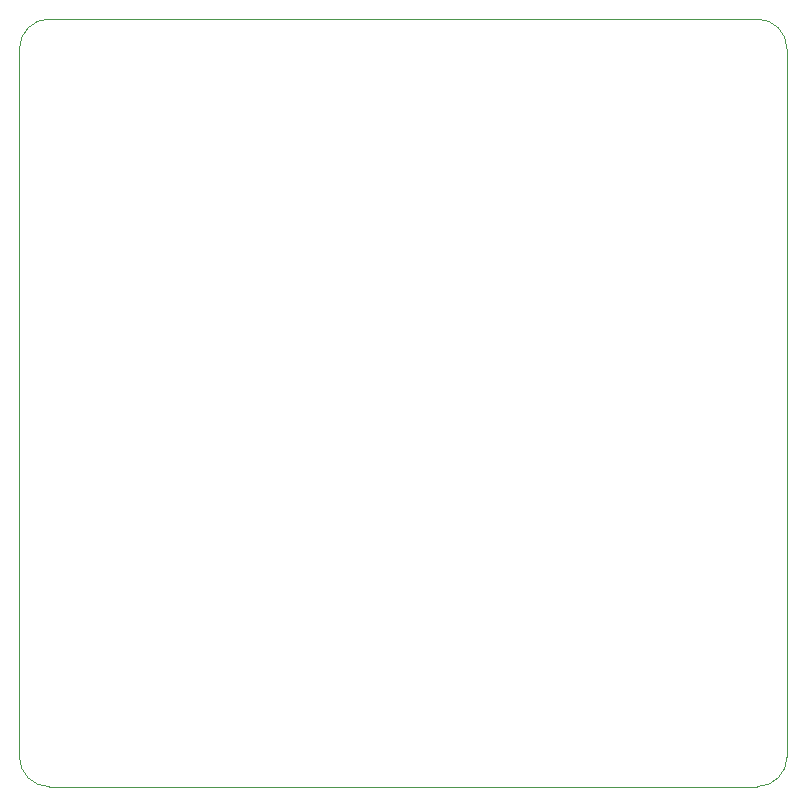
<source format=gbr>
%TF.GenerationSoftware,Altium Limited,Altium Designer,19.0.10 (269)*%
G04 Layer_Color=0*
%FSLAX26Y26*%
%MOIN*%
%TF.FileFunction,Profile,NP*%
%TF.Part,Single*%
G01*
G75*
%TA.AperFunction,Profile*%
%ADD68C,0.001000*%
D68*
X0Y2459055D02*
G02*
X100000Y2559055I100000J0D01*
G01*
X2459055D01*
D02*
G02*
X2559055Y2459055I0J-100000D01*
G01*
Y100000D01*
D02*
G02*
X2459055Y0I-100000J0D01*
G01*
X100000D01*
D02*
G02*
X0Y100000I0J100000D01*
G01*
Y2459055D01*
%TF.MD5,7892aeecf0eaede1feff4211370c76af*%
M02*

</source>
